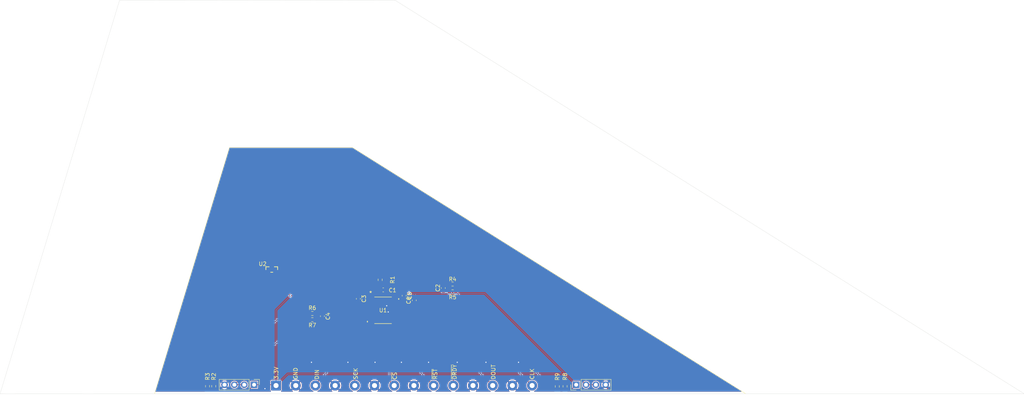
<source format=kicad_pcb>
(kicad_pcb (version 20241229) (generator "pcbnew") (generator_version "9.0")
  (layers (0 "F.Cu" signal) (4 "In1.Cu" signal) (6 "In2.Cu" signal) (2 "B.Cu" signal) (13 "F.Paste" user) (15 "B.Paste" user) (5 "F.SilkS" user "F.Silkscreen") (7 "B.SilkS" user "B.Silkscreen") (1 "F.Mask" user) (3 "B.Mask" user) (25 "Edge.Cuts" user))
  (net 0 "")
  (net 1 "Net-(U1-AIN2N)")
  (net 2 "Net-(U1-AIN2P)")
  (net 3 "Net-(U1-AIN1N)")
  (net 4 "Net-(U1-AIN1P)")
  (net 5 "Net-(U1-AIN0P)")
  (net 6 "GND")
  (net 7 "Net-(U1-CAP)")
  (net 8 "+3.3V")
  (net 9 "GAUGE1_IN_P")
  (net 10 "GAUGE1_IN_N")
  (net 11 "GAUGE2_IN_N")
  (net 12 "GAUGE2_IN_P")
  (net 13 "DIN")
  (net 14 "SPICLK")
  (net 15 "~{SYNC}{slash}~{RST}")
  (net 16 "ADCCLK")
  (net 17 "DOUT")
  (net 18 "~{CS}")
  (net 19 "~{DRDY}")
  (net 20 "TMP_IN_P")
  (footprint "Capacitor_SMD:C_0603_1608Metric" (layer "F.Cu") (at 99.825 120.1 -90)
    (property "Reference" "C4" (at 0 -1.43 90) (layer "F.SilkS"))
    (property "Value" "10 nF")
    (fp_line (start -0.14058 0.51) (end 0.14058 0.51) (stroke (width 0.12)) (layer "F.SilkS"))
    (fp_line (start -0.14058 -0.51) (end 0.14058 -0.51) (stroke (width 0.12)) (layer "F.SilkS"))
    (pad "1" smd roundrect (at -0.775 0 270) (size 0.9 0.95) (layers "F.Cu" "F.Mask" "F.Paste") (net 2 "Net-(U1-AIN2P)"))
    (pad "2" smd roundrect (at 0.775 0 270) (size 0.9 0.95) (layers "F.Cu" "F.Mask" "F.Paste") (net 1 "Net-(U1-AIN2N)"))
  )
  (footprint "Resistor_SMD:R_0603_1608Metric" (layer "F.Cu") (at 133.4 113.8)
    (property "Reference" "R5" (at 0 1.4 0) (layer "F.SilkS"))
    (property "Value" "2.5 k")
    (fp_line (start -0.237258 -0.5225) (end 0.237258 -0.5225) (stroke (width 0.12)) (layer "F.SilkS"))
    (fp_line (start -0.237258 0.5225) (end 0.237258 0.5225) (stroke (width 0.12)) (layer "F.SilkS"))
    (pad "1" smd roundrect (at -0.825 0) (size 0.8 0.95) (layers "F.Cu" "F.Mask" "F.Paste") (net 4 "Net-(U1-AIN1P)"))
    (pad "2" smd roundrect (at 0.825 0) (size 0.8 0.95) (layers "F.Cu" "F.Mask" "F.Paste") (net 11 "GAUGE2_IN_N"))
  )
  (footprint "Capacitor_SMD:C_0603_1608Metric" (layer "F.Cu") (at 131 112.825 -90)
    (property "Reference" "C2" (at -0.025 1.4 90) (layer "F.SilkS"))
    (property "Value" "10 nF")
    (fp_line (start -0.14058 0.51) (end 0.14058 0.51) (stroke (width 0.12)) (layer "F.SilkS"))
    (fp_line (start -0.14058 -0.51) (end 0.14058 -0.51) (stroke (width 0.12)) (layer "F.SilkS"))
    (pad "1" smd roundrect (at -0.775 0 270) (size 0.9 0.95) (layers "F.Cu" "F.Mask" "F.Paste") (net 3 "Net-(U1-AIN1N)"))
    (pad "2" smd roundrect (at 0.775 0 270) (size 0.9 0.95) (layers "F.Cu" "F.Mask" "F.Paste") (net 4 "Net-(U1-AIN1P)"))
  )
  (footprint "Resistor_SMD:R_0603_1608Metric" (layer "F.Cu") (at 162.4 138.2 90)
    (property "Reference" "R8" (at 2.5 0 90) (layer "F.SilkS"))
    (property "Value" "1 k")
    (fp_line (start -0.237258 -0.5225) (end 0.237258 -0.5225) (stroke (width 0.12)) (layer "F.SilkS"))
    (fp_line (start -0.237258 0.5225) (end 0.237258 0.5225) (stroke (width 0.12)) (layer "F.SilkS"))
    (pad "1" smd roundrect (at -0.825 0 90) (size 0.8 0.95) (layers "F.Cu" "F.Mask" "F.Paste") (net 8 "+3.3V"))
    (pad "2" smd roundrect (at 0.825 0 90) (size 0.8 0.95) (layers "F.Cu" "F.Mask" "F.Paste") (net 11 "GAUGE2_IN_N"))
  )
  (footprint "Capacitor_SMD:C_0603_1608Metric" (layer "F.Cu") (at 123.499997 116 90)
    (property "Reference" "C6" (at 0 -1.43 90) (layer "F.SilkS"))
    (property "Value" "220 nF")
    (fp_line (start -0.14058 -0.51) (end 0.14058 -0.51) (stroke (width 0.12)) (layer "F.SilkS"))
    (fp_line (start -0.14058 0.51) (end 0.14058 0.51) (stroke (width 0.12)) (layer "F.SilkS"))
    (pad "1" smd roundrect (at -0.775 0 90) (size 0.9 0.95) (layers "F.Cu" "F.Mask" "F.Paste") (net 7 "Net-(U1-CAP)"))
    (pad "2" smd roundrect (at 0.775 0 90) (size 0.9 0.95) (layers "F.Cu" "F.Mask" "F.Paste") (net 6 "GND"))
  )
  (footprint "Resistor_SMD:R_0603_1608Metric" (layer "F.Cu") (at 71.8 138.175 -90)
    (property "Reference" "R2" (at -2.5 0 90) (layer "F.SilkS"))
    (property "Value" "1 k")
    (fp_line (start -0.237258 0.5225) (end 0.237258 0.5225) (stroke (width 0.12)) (layer "F.SilkS"))
    (fp_line (start -0.237258 -0.5225) (end 0.237258 -0.5225) (stroke (width 0.12)) (layer "F.SilkS"))
    (pad "1" smd roundrect (at -0.825 0 270) (size 0.8 0.95) (layers "F.Cu" "F.Mask" "F.Paste") (net 10 "GAUGE1_IN_N"))
    (pad "2" smd roundrect (at 0.825 0 270) (size 0.8 0.95) (layers "F.Cu" "F.Mask" "F.Paste") (net 8 "+3.3V"))
  )
  (footprint "FinLib:ADS131M03" (layer "F.Cu") (at 115.462747 118.574999)
    (property "Reference" "U1" (at 0 0 0) (layer "F.SilkS"))
    (property "Value" "ADS131M03QPWRQ1")
    (fp_line (start -2.182264 3.429) (end 2.182251 3.429) (stroke (width 0.1524)) (layer "F.SilkS"))
    (fp_line (start 2.182264 -3.429) (end -2.182251 -3.429) (stroke (width 0.1524)) (layer "F.SilkS"))
    (fp_poly (pts (xy -4.1656 2.734498) (xy -4.1656 3.115498) (xy -3.9116 3.115498) (xy -3.9116 2.734498)) (fill yes) (layer "F.SilkS"))
    (fp_poly (pts (xy 4.1656 -3.115498) (xy 4.1656 -2.734498) (xy 3.9116 -2.734498) (xy 3.9116 -3.115498)) (fill yes) (layer "F.SilkS"))
    (fp_text user "*" (at -3.20675 -4.423601 0) (layer "F.SilkS"))
    (pad "1" smd rect (at -2.95275 -2.925) (size 1.4097 0.3556) (layers "F.Cu" "F.Mask" "F.Paste") (net 8 "+3.3V"))
    (pad "2" smd rect (at -2.95275 -2.274999) (size 1.4097 0.3556) (layers "F.Cu" "F.Mask" "F.Paste") (net 6 "GND"))
    (pad "3" smd rect (at -2.95275 -1.625001) (size 1.4097 0.3556) (layers "F.Cu" "F.Mask" "F.Paste") (net 5 "Net-(U1-AIN0P)"))
    (pad "4" smd rect (at -2.95275 -0.974999) (size 1.4097 0.3556) (layers "F.Cu" "F.Mask" "F.Paste") (net 6 "GND"))
    (pad "5" smd rect (at -2.95275 -0.325001) (size 1.4097 0.3556) (layers "F.Cu" "F.Mask" "F.Paste") (net 3 "Net-(U1-AIN1N)"))
    (pad "6" smd rect (at -2.95275 0.324998) (size 1.4097 0.3556) (layers "F.Cu" "F.Mask" "F.Paste") (net 4 "Net-(U1-AIN1P)"))
    (pad "7" smd rect (at -2.95275 0.974999) (size 1.4097 0.3556) (layers "F.Cu" "F.Mask" "F.Paste") (net 2 "Net-(U1-AIN2P)"))
    (pad "8" smd rect (at -2.95275 1.624998) (size 1.4097 0.3556) (layers "F.Cu" "F.Mask" "F.Paste") (net 1 "Net-(U1-AIN2N)"))
    (pad "9" smd rect (at -2.95275 2.274999) (size 1.4097 0.3556) (layers "F.Cu" "F.Mask" "F.Paste"))
    (pad "10" smd rect (at -2.95275 2.924998) (size 1.4097 0.3556) (layers "F.Cu" "F.Mask" "F.Paste"))
    (pad "11" smd rect (at 2.95275 2.925) (size 1.4097 0.3556) (layers "F.Cu" "F.Mask" "F.Paste") (net 15 "~{SYNC}{slash}~{RST}"))
    (pad "12" smd rect (at 2.95275 2.275002) (size 1.4097 0.3556) (layers "F.Cu" "F.Mask" "F.Paste") (net 18 "~{CS}"))
    (pad "13" smd rect (at 2.95275 1.625001) (size 1.4097 0.3556) (layers "F.Cu" "F.Mask" "F.Paste") (net 19 "~{DRDY}"))
    (pad "14" smd rect (at 2.95275 0.975002) (size 1.4097 0.3556) (layers "F.Cu" "F.Mask" "F.Paste") (net 14 "SPICLK"))
    (pad "15" smd rect (at 2.95275 0.325001) (size 1.4097 0.3556) (layers "F.Cu" "F.Mask" "F.Paste") (net 17 "DOUT"))
    (pad "16" smd rect (at 2.95275 -0.324998) (size 1.4097 0.3556) (layers "F.Cu" "F.Mask" "F.Paste") (net 13 "DIN"))
    (pad "17" smd rect (at 2.95275 -0.974999) (size 1.4097 0.3556) (layers "F.Cu" "F.Mask" "F.Paste") (net 16 "ADCCLK"))
    (pad "18" smd rect (at 2.95275 -1.624998) (size 1.4097 0.3556) (layers "F.Cu" "F.Mask" "F.Paste") (net 7 "Net-(U1-CAP)"))
    (pad "19" smd rect (at 2.95275 -2.274999) (size 1.4097 0.3556) (layers "F.Cu" "F.Mask" "F.Paste") (net 6 "GND"))
    (pad "20" smd rect (at 2.95275 -2.924998) (size 1.4097 0.3556) (layers "F.Cu" "F.Mask" "F.Paste") (net 8 "+3.3V"))
  )
  (footprint "Resistor_SMD:R_0603_1608Metric" (layer "F.Cu") (at 160.4 138.225 90)
    (property "Reference" "R9" (at 2.5 0 90) (layer "F.SilkS"))
    (property "Value" "1 k")
    (fp_line (start -0.237258 -0.5225) (end 0.237258 -0.5225) (stroke (width 0.12)) (layer "F.SilkS"))
    (fp_line (start -0.237258 0.5225) (end 0.237258 0.5225) (stroke (width 0.12)) (layer "F.SilkS"))
    (pad "1" smd roundrect (at -0.825 0 90) (size 0.8 0.95) (layers "F.Cu" "F.Mask" "F.Paste") (net 6 "GND"))
    (pad "2" smd roundrect (at 0.825 0 90) (size 0.8 0.95) (layers "F.Cu" "F.Mask" "F.Paste") (net 11 "GAUGE2_IN_N"))
  )
  (footprint "Resistor_SMD:R_0603_1608Metric" (layer "F.Cu") (at 114.709997 110.699997 -90)
    (property "Reference" "R1" (at 0 -3.2 90) (layer "F.SilkS"))
    (property "Value" "10 k")
    (fp_line (start -0.237258 0.5225) (end 0.237258 0.5225) (stroke (width 0.12)) (layer "F.SilkS"))
    (fp_line (start -0.237258 -0.5225) (end 0.237258 -0.5225) (stroke (width 0.12)) (layer "F.SilkS"))
    (pad "1" smd roundrect (at -0.825 0 270) (size 0.8 0.95) (layers "F.Cu" "F.Mask" "F.Paste") (net 20 "TMP_IN_P"))
    (pad "2" smd roundrect (at 0.825 0 270) (size 0.8 0.95) (layers "F.Cu" "F.Mask" "F.Paste") (net 5 "Net-(U1-AIN0P)"))
  )
  (footprint "FinLib:TMP235A4DBZR" (layer "F.Cu") (at 86.759996 108.049997 90)
    (property "Reference" "U2" (at 1.45 -2.349999 0) (layer "F.SilkS"))
    (property "Value" "TMP235A4DBZR")
    (fp_line (start -0.025001 -1.52) (end 0.700001 -1.52) (stroke (width 0.2)) (layer "F.SilkS"))
    (fp_line (start 0.700001 -0.675) (end 0.700001 -1.52) (stroke (width 0.2)) (layer "F.SilkS"))
    (fp_line (start -0.700001 0.275001) (end -0.700001 -0.275001) (stroke (width 0.2)) (layer "F.SilkS"))
    (fp_line (start 0.700001 1.52) (end 0.700001 0.675) (stroke (width 0.2)) (layer "F.SilkS"))
    (fp_line (start -0.025001 1.52) (end 0.700001 1.52) (stroke (width 0.2)) (layer "F.SilkS"))
    (pad "1" smd rect (at -1.05 -0.950001 90) (size 1.3 0.599999) (layers "F.Cu" "F.Mask" "F.Paste") (net 8 "+3.3V"))
    (pad "2" smd rect (at -1.05 0.950001 90) (size 1.3 0.599999) (layers "F.Cu" "F.Mask" "F.Paste") (net 20 "TMP_IN_P"))
    (pad "3" smd rect (at 1.05 0 90) (size 1.3 0.599999) (layers "F.Cu" "F.Mask" "F.Paste") (net 6 "GND"))
  )
  (footprint "Resistor_SMD:R_0603_1608Metric" (layer "F.Cu") (at 70.2 138.175 -90)
    (property "Reference" "R3" (at -2.5 0 90) (layer "F.SilkS"))
    (property "Value" "1 k")
    (fp_line (start -0.237258 0.5225) (end 0.237258 0.5225) (stroke (width 0.12)) (layer "F.SilkS"))
    (fp_line (start -0.237258 -0.5225) (end 0.237258 -0.5225) (stroke (width 0.12)) (layer "F.SilkS"))
    (pad "1" smd roundrect (at -0.825 0 270) (size 0.8 0.95) (layers "F.Cu" "F.Mask" "F.Paste") (net 10 "GAUGE1_IN_N"))
    (pad "2" smd roundrect (at 0.825 0 270) (size 0.8 0.95) (layers "F.Cu" "F.Mask" "F.Paste") (net 6 "GND"))
  )
  (footprint "TerminalBlock_Phoenix:TerminalBlock_Phoenix_MKDS-1,5-14-5.08_1x14_P5.08mm_Horizontal" (layer "F.Cu") (at 87.86 138)
    (property "Reference" "J1" (hide yes))
    (property "Value" "Conn_01x14_Pin")
    (pad "1" thru_hole roundrect (at 0 0) (size 2.6 2.6) (drill 1.3) (layers "*.Cu" "*.Mask") (roundrect_rratio 0.096154) (net 8 "+3.3V"))
    (pad "2" thru_hole circle (at 5.08 0) (size 2.6 2.6) (drill 1.3) (layers "*.Cu" "*.Mask") (net 6 "GND"))
    (pad "3" thru_hole circle (at 10.16 0) (size 2.6 2.6) (drill 1.3) (layers "*.Cu" "*.Mask") (net 13 "DIN"))
    (pad "4" thru_hole circle (at 15.24 0) (size 2.6 2.6) (drill 1.3) (layers "*.Cu" "*.Mask") (net 6 "GND"))
    (pad "5" thru_hole circle (at 20.32 0) (size 2.6 2.6) (drill 1.3) (layers "*.Cu" "*.Mask") (net 14 "SPICLK"))
    (pad "6" thru_hole circle (at 25.4 0) (size 2.6 2.6) (drill 1.3) (layers "*.Cu" "*.Mask") (net 6 "GND"))
    (pad "7" thru_hole circle (at 30.48 0) (size 2.6 2.6) (drill 1.3) (layers "*.Cu" "*.Mask") (net 18 "~{CS}"))
    (pad "8" thru_hole circle (at 35.56 0) (size 2.6 2.6) (drill 1.3) (layers "*.Cu" "*.Mask") (net 6 "GND"))
    (pad "9" thru_hole circle (at 40.64 0) (size 2.6 2.6) (drill 1.3) (layers "*.Cu" "*.Mask") (net 15 "~{SYNC}{slash}~{RST}"))
    (pad "10" thru_hole circle (at 45.72 0) (size 2.6 2.6) (drill 1.3) (layers "*.Cu" "*.Mask") (net 19 "~{DRDY}"))
    (pad "11" thru_hole circle (at 50.8 0) (size 2.6 2.6) (drill 1.3) (layers "*.Cu" "*.Mask") (net 6 "GND"))
    (pad "12" thru_hole circle (at 55.88 0) (size 2.6 2.6) (drill 1.3) (layers "*.Cu" "*.Mask") (net 17 "DOUT"))
    (pad "13" thru_hole circle (at 60.96 0) (size 2.6 2.6) (drill 1.3) (layers "*.Cu" "*.Mask") (net 6 "GND"))
    (pad "14" thru_hole circle (at 66.04 0) (size 2.6 2.6) (drill 1.3) (layers "*.Cu" "*.Mask") (net 16 "ADCCLK"))
  )
  (footprint "Resistor_SMD:R_0603_1608Metric" (layer "F.Cu") (at 133.4 111.8 180)
    (property "Reference" "R4" (at 0 1.25 0) (layer "F.SilkS"))
    (property "Value" "2.5 k")
    (fp_line (start -0.237258 0.5225) (end 0.237258 0.5225) (stroke (width 0.12)) (layer "F.SilkS"))
    (fp_line (start -0.237258 -0.5225) (end 0.237258 -0.5225) (stroke (width 0.12)) (layer "F.SilkS"))
    (pad "1" smd roundrect (at -0.825 0 180) (size 0.8 0.95) (layers "F.Cu" "F.Mask" "F.Paste") (net 12 "GAUGE2_IN_P"))
    (pad "2" smd roundrect (at 0.825 0 180) (size 0.8 0.95) (layers "F.Cu" "F.Mask" "F.Paste") (net 3 "Net-(U1-AIN1N)"))
  )
  (footprint "Capacitor_SMD:C_0603_1608Metric" (layer "F.Cu") (at 109.099997 115.599997 -90)
    (property "Reference" "C3" (at 0 -1.43 90) (layer "F.SilkS"))
    (property "Value" "1 uF")
    (fp_line (start -0.14058 0.51) (end 0.14058 0.51) (stroke (width 0.12)) (layer "F.SilkS"))
    (fp_line (start -0.14058 -0.51) (end 0.14058 -0.51) (stroke (width 0.12)) (layer "F.SilkS"))
    (pad "1" smd roundrect (at -0.775 0 270) (size 0.9 0.95) (layers "F.Cu" "F.Mask" "F.Paste") (net 8 "+3.3V"))
    (pad "2" smd roundrect (at 0.775 0 270) (size 0.9 0.95) (layers "F.Cu" "F.Mask" "F.Paste") (net 6 "GND"))
  )
  (footprint "Capacitor_SMD:C_0603_1608Metric" (layer "F.Cu") (at 115.509997 113.299997)
    (property "Reference" "C1" (at 2.4 0.1 0) (layer "F.SilkS"))
    (property "Value" "10 nF")
    (fp_line (start -0.14058 -0.51) (end 0.14058 -0.51) (stroke (width 0.12)) (layer "F.SilkS"))
    (fp_line (start -0.14058 0.51) (end 0.14058 0.51) (stroke (width 0.12)) (layer "F.SilkS"))
    (pad "1" smd roundrect (at -0.775 0) (size 0.9 0.95) (layers "F.Cu" "F.Mask" "F.Paste") (net 5 "Net-(U1-AIN0P)"))
    (pad "2" smd roundrect (at 0.775 0) (size 0.9 0.95) (layers "F.Cu" "F.Mask" "F.Paste") (net 6 "GND"))
  )
  (footprint "Connector_PinHeader_2.54mm:PinHeader_1x04_P2.54mm_Vertical" (layer "F.Cu") (at 165.26 137.8 90)
    (property "Reference" "J10" (hide yes))
    (property "Value" "Conn_01x04_Pin" (hide yes))
    (fp_line (start -1.38 -1.38) (end 0 -1.38) (stroke (width 0.12)) (layer "F.SilkS"))
    (fp_line (start -1.38 0) (end -1.38 -1.38) (stroke (width 0.12)) (layer "F.SilkS"))
    (fp_line (start 1.38 1.27) (end 1.38 9) (stroke (width 0.12)) (layer "F.SilkS"))
    (fp_line (start -1.38 1.27) (end 1.38 1.27) (stroke (width 0.12)) (layer "F.SilkS"))
    (fp_line (start -1.38 1.27) (end -1.38 9) (stroke (width 0.12)) (layer "F.SilkS"))
    (fp_line (start -1.38 9) (end 1.38 9) (stroke (width 0.12)) (layer "F.SilkS"))
    (pad "1" thru_hole rect (at 0 0 90) (size 1.7 1.7) (drill 1) (layers "*.Cu" "*.Mask") (net 8 "+3.3V"))
    (pad "2" thru_hole circle (at 0 2.54 90) (size 1.7 1.7) (drill 1) (layers "*.Cu" "*.Mask") (net 12 "GAUGE2_IN_P"))
    (pad "3" thru_hole circle (at 0 5.08 90) (size 1.7 1.7) (drill 1) (layers "*.Cu" "*.Mask") (net 12 "GAUGE2_IN_P"))
    (pad "4" thru_hole circle (at 0 7.62 90) (size 1.7 1.7) (drill 1) (layers "*.Cu" "*.Mask") (net 6 "GND"))
  )
  (footprint "Resistor_SMD:R_0603_1608Metric" (layer "F.Cu") (at 97.225 119.4)
    (property "Reference" "R6" (at 0 -1.43 0) (layer "F.SilkS"))
    (property "Value" "2.5 k")
    (fp_line (start -0.237258 -0.5225) (end 0.237258 -0.5225) (stroke (width 0.12)) (layer "F.SilkS"))
    (fp_line (start -0.237258 0.5225) (end 0.237258 0.5225) (stroke (width 0.12)) (layer "F.SilkS"))
    (pad "1" smd roundrect (at -0.825 0) (size 0.8 0.95) (layers "F.Cu" "F.Mask" "F.Paste") (net 10 "GAUGE1_IN_N"))
    (pad "2" smd roundrect (at 0.825 0) (size 0.8 0.95) (layers "F.Cu" "F.Mask" "F.Paste") (net 2 "Net-(U1-AIN2P)"))
  )
  (footprint "Resistor_SMD:R_0603_1608Metric" (layer "F.Cu") (at 97.225 121 180)
    (property "Reference" "R7" (at 0 -1.43 0) (layer "F.SilkS"))
    (property "Value" "2.5 k")
    (fp_line (start -0.237258 0.5225) (end 0.237258 0.5225) (stroke (width 0.12)) (layer "F.SilkS"))
    (fp_line (start -0.237258 -0.5225) (end 0.237258 -0.5225) (stroke (width 0.12)) (layer "F.SilkS"))
    (pad "1" smd roundrect (at -0.825 0 180) (size 0.8 0.95) (layers "F.Cu" "F.Mask" "F.Paste") (net 1 "Net-(U1-AIN2N)"))
    (pad "2" smd roundrect (at 0.825 0 180) (size 0.8 0.95) (layers "F.Cu" "F.Mask" "F.Paste") (net 9 "GAUGE1_IN_P"))
  )
  (footprint "Connector_PinHeader_2.54mm:PinHeader_1x04_P2.54mm_Vertical" (layer "F.Cu") (at 82.2 137.8 -90)
    (property "Reference" "J9" (hide yes))
    (property "Value" "Conn_01x04_Pin" (hide yes))
    (fp_line (start -1.38 9) (end 1.38 9) (stroke (width 0.12)) (layer "F.SilkS"))
    (fp_line (start -1.38 1.27) (end -1.38 9) (stroke (width 0.12)) (layer "F.SilkS"))
    (fp_line (start -1.38 1.27) (end 1.38 1.27) (stroke (width 0.12)) (layer "F.SilkS"))
    (fp_line (start 1.38 1.27) (end 1.38 9) (stroke (width 0.12)) (layer "F.SilkS"))
    (fp_line (start -1.38 0) (end -1.38 -1.38) (stroke (width 0.12)) (layer "F.SilkS"))
    (fp_line (start -1.38 -1.38) (end 0 -1.38) (stroke (width 0.12)) (layer "F.SilkS"))
    (pad "1" thru_hole rect (at 0 0 270) (size 1.7 1.7) (drill 1) (layers "*.Cu" "*.Mask") (net 8 "+3.3V"))
    (pad "2" thru_hole circle (at 0 2.54 270) (size 1.7 1.7) (drill 1) (layers "*.Cu" "*.Mask") (net 9 "GAUGE1_IN_P"))
    (pad "3" thru_hole circle (at 0 5.08 270) (size 1.7 1.7) (drill 1) (layers "*.Cu" "*.Mask") (net 9 "GAUGE1_IN_P"))
    (pad "4" thru_hole circle (at 0 7.62 270) (size 1.7 1.7) (drill 1) (layers "*.Cu" "*.Mask") (net 6 "GND"))
  )
  (footprint "Capacitor_SMD:C_0603_1608Metric" (layer "F.Cu") (at 120.899997 114.799997 -90)
    (property "Reference" "C5" (at 0 -1.43 90) (layer "F.SilkS"))
    (property "Value" "1 uF")
    (fp_line (start -0.14058 0.51) (end 0.14058 0.51) (stroke (width 0.12)) (layer "F.SilkS"))
    (fp_line (start -0.14058 -0.51) (end 0.14058 -0.51) (stroke (width 0.12)) (layer "F.SilkS"))
    (pad "1" smd roundrect (at -0.775 0 270) (size 0.9 0.95) (layers "F.Cu" "F.Mask" "F.Paste") (net 8 "+3.3V"))
    (pad "2" smd roundrect (at 0.775 0 270) (size 0.9 0.95) (layers "F.Cu" "F.Mask" "F.Paste") (net 6 "GND"))
  )
  (gr_line (start 75.85706 76.584924) (end 107.60706 76.584924) (stroke (width 0.1)) (layer "F.SilkS"))
  (gr_line (start 56.55706 140.084924) (end 75.85706 76.584924) (stroke (width 0.1)) (layer "F.SilkS"))
  (gr_line (start 107.60706 76.584924) (end 208.925 140.075) (stroke (width 0.1)) (layer "F.SilkS"))
  (gr_line (start 56.55706 140.084924) (end 16.7 140.102088) (stroke (width 0.05)) (layer "Edge.Cuts"))
  (gr_line (start 280.75 140.084924) (end 118.495168 38.477088) (stroke (width 0.05)) (layer "Edge.Cuts"))
  (gr_line (start 47.501291 38.552191) (end 118.5 38.477088) (stroke (width 0.05)) (layer "Edge.Cuts"))
  (gr_line (start 16.7 140.102088) (end 47.501291 38.552191) (stroke (width 0.05)) (layer "Edge.Cuts"))
  (gr_line (start 56.55706 140.084924) (end 280.75 140.084924) (stroke (width 0.05)) (layer "Edge.Cuts"))
  (gr_text "~{CS}" (at 118.5 135.5 90) (layer "F.SilkS") (effects (font (size 1 1))))
  (gr_text "SCK" (at 109 136.5 90) (layer "F.SilkS") (effects (font (size 1 1)) (justify left bottom)))
  (gr_text "CLK" (at 154.5 136.5 90) (layer "F.SilkS") (effects (font (size 1 1)) (justify left bottom)))
  (gr_text "~{DRDY}" (at 134.5 136.5 90) (layer "F.SilkS") (effects (font (size 1 1)) (justify left bottom)))
  (gr_text "DIN" (at 99 136.5 90) (layer "F.SilkS") (effects (font (size 1 1)) (justify left bottom)))
  (gr_text "3.3V" (at 88.5 136.5 90) (layer "F.SilkS") (effects (font (size 1 1)) (justify left bottom)))
  (gr_text "~{RST}" (at 129.5 136.5 90) (layer "F.SilkS") (effects (font (size 1 1)) (justify left bottom)))
  (gr_text "DOUT" (at 144.5 136.5 90) (layer "F.SilkS") (effects (font (size 1 1)) (justify left bottom)))
  (gr_text "GND" (at 93.5 136.5 90) (layer "F.SilkS") (effects (font (size 1 1)) (justify left bottom)))
  (segment (start 99.86 120.965) (end 99.875 120.95) (width 0.2) (layer "F.Cu") (net 1))
  (segment (start 98.1 120.965) (end 99.86 120.965) (width 0.2) (layer "F.Cu") (net 1))
  (segment (start 100.500003 120.199997) (end 112.509997 120.199997) (width 0.2) (layer "F.Cu") (net 1))
  (segment (start 99.825 120.875) (end 100.500003 120.199997) (width 0.2) (layer "F.Cu") (net 1))
  (segment (start 98.1 119.35) (end 99.825 119.35) (width 0.2) (layer "F.Cu") (net 2))
  (segment (start 99.825 119.325) (end 100.049998 119.549998) (width 0.2) (layer "F.Cu") (net 2))
  (segment (start 100.049998 119.549998) (end 112.509997 119.549998) (width 0.2) (layer "F.Cu") (net 2))
  (segment (start 99.825 119.35) (end 99.875 119.4) (width 0.2) (layer "F.Cu") (net 2))
  (segment (start 113.327096 118.249998) (end 112.509997 118.249998) (width 0.2) (layer "F.Cu") (net 3))
  (segment (start 131.25 111.8) (end 131 112.05) (width 0.2) (layer "F.Cu") (net 3))
  (segment (start 119.527094 112.05) (end 113.327096 118.249998) (width 0.2) (layer "F.Cu") (net 3))
  (segment (start 132.575 111.8) (end 131.25 111.8) (width 0.2) (layer "F.Cu") (net 3))
  (segment (start 131 112.05) (end 119.527094 112.05) (width 0.2) (layer "F.Cu") (net 3))
  (segment (start 113.414847 118.899997) (end 112.509997 118.899997) (width 0.2) (layer "F.Cu") (net 4))
  (segment (start 131.2 113.8) (end 131 113.6) (width 0.2) (layer "F.Cu") (net 4))
  (segment (start 130.673997 113.273997) (end 119.040847 113.273997) (width 0.2) (layer "F.Cu") (net 4))
  (segment (start 132.575 113.8) (end 131.2 113.8) (width 0.2) (layer "F.Cu") (net 4))
  (segment (start 119.040847 113.273997) (end 113.414847 118.899997) (width 0.2) (layer "F.Cu") (net 4))
  (segment (start 131 113.6) (end 130.673997 113.273997) (width 0.2) (layer "F.Cu") (net 4))
  (segment (start 114.709997 111.599997) (end 114.709997 116.299997) (width 0.2) (layer "F.Cu") (net 5))
  (segment (start 114.709997 116.299997) (end 114.084998 116.924996) (width 0.2) (layer "F.Cu") (net 5))
  (segment (start 114.084998 116.924996) (end 112.457247 116.924996) (width 0.2) (layer "F.Cu") (net 5))
  (segment (start 173.445 138.825) (end 173.02 138.4) (width 0.2) (layer "F.Cu") (net 6))
  (via (at 120.2 132) (size 0.6) (drill 0.3) (layers "F.Cu" "B.Cu") (net 6))
  (via (at 116.8 119) (size 0.6) (drill 0.3) (layers "F.Cu" "B.Cu") (net 6))
  (via (at 116.4 117.4) (size 0.6) (drill 0.3) (layers "F.Cu" "B.Cu") (net 6))
  (via (at 134.6 132) (size 0.6) (drill 0.3) (layers "F.Cu" "B.Cu") (net 6))
  (via (at 113.4 132) (size 0.6) (drill 0.3) (layers "F.Cu" "B.Cu") (net 6))
  (via (at 85 138.8) (size 0.6) (drill 0.3) (layers "F.Cu" "B.Cu") (net 6))
  (via (at 150.4 132) (size 0.6) (drill 0.3) (layers "F.Cu" "B.Cu") (net 6))
  (via (at 142 132) (size 0.6) (drill 0.3) (layers "F.Cu" "B.Cu") (net 6))
  (via (at 106.4 132) (size 0.6) (drill 0.3) (layers "F.Cu" "B.Cu") (net 6))
  (via (at 97 132) (size 0.6) (drill 0.3) (layers "F.Cu" "B.Cu") (net 6))
  (via (at 127.2 132) (size 0.6) (drill 0.3) (layers "F.Cu" "B.Cu") (net 6))
  (segment (start 123.099994 116.775) (end 123.499997 116.775) (width 0.2) (layer "F.Cu") (net 7))
  (segment (start 118.415497 116.950001) (end 122.924993 116.950001) (width 0.2) (layer "F.Cu") (net 7))
  (segment (start 122.924993 116.950001) (end 123.099994 116.775) (width 0.2) (layer "F.Cu") (net 7))
  (segment (start 121.075 114.2) (end 120.899997 114.024997) (width 0.2) (layer "F.Cu") (net 8))
  (segment (start 80.6 139.4) (end 82.2 137.8) (width 0.2) (layer "F.Cu") (net 8))
  (segment (start 82.2 137.8) (end 87.66 137.8) (width 0.2) (layer "F.Cu") (net 8))
  (segment (start 72.2 139.4) (end 80.6 139.4) (width 0.2) (layer "F.Cu") (net 8))
  (segment (start 118.415497 115.650001) (end 120.040501 114.024997) (width 0.2) (layer "F.Cu") (net 8))
  (segment (start 111.684995 114.824997) (end 112.509997 115.649999) (width 0.2) (layer "F.Cu") (net 8))
  (segment (start 85.809995 109.099997) (end 91.534995 114.824997) (width 0.2) (layer "F.Cu") (net 8))
  (segment (start 120.040501 114.024997) (end 120.899997 114.024997) (width 0.2) (layer "F.Cu") (net 8))
  (segment (start 109.099997 114.824997) (end 111.684995 114.824997) (width 0.2) (layer "F.Cu") (net 8))
  (segment (start 162.4 139.025) (end 164.035 139.025) (width 0.2) (layer "F.Cu") (net 8))
  (segment (start 86.86 139) (end 87.86 138) (width 0.2) (layer "F.Cu") (net 8))
  (segment (start 122.2 114.2) (end 121.075 114.2) (width 0.2) (layer "F.Cu") (net 8))
  (segment (start 164.035 139.025) (end 165.26 137.8) (width 0.2) (layer "F.Cu") (net 8))
  (segment (start 87.66 137.8) (end 87.86 138) (width 0.2) (layer "F.Cu") (net 8))
  (segment (start 91.534995 114.824997) (end 109.099997 114.824997) (width 0.2) (layer "F.Cu") (net 8))
  (segment (start 71.8 139) (end 72.2 139.4) (width 0.2) (layer "F.Cu") (net 8))
  (via (at 122.2 114.2) (size 0.6) (drill 0.3) (layers "F.Cu" "B.Cu") (net 8))
  (via (at 91.534995 114.824997) (size 0.6) (drill 0.3) (layers "F.Cu" "B.Cu") (net 8))
  (segment (start 87.86 118.499992) (end 91.534995 114.824997) (width 0.2) (layer "B.Cu") (net 8))
  (segment (start 141.66 114.2) (end 122.2 114.2) (width 0.2) (layer "B.Cu") (net 8))
  (segment (start 87.86 138) (end 87.86 118.499992) (width 0.2) (layer "B.Cu") (net 8))
  (segment (start 162.46 135) (end 165.26 137.8) (width 0.2) (layer "B.Cu") (net 8))
  (segment (start 87.86 138) (end 90.86 135) (width 0.2) (layer "B.Cu") (net 8))
  (segment (start 162.46 135) (end 141.66 114.2) (width 0.2) (layer "B.Cu") (net 8))
  (segment (start 90.86 135) (end 162.46 135) (width 0.2) (layer "B.Cu") (net 8))
  (segment (start 77.12 137.8) (end 79.66 137.8) (width 0.2) (layer "F.Cu") (net 9))
  (segment (start 93.92 121) (end 96.4 121) (width 0.2) (layer "F.Cu") (net 9))
  (segment (start 77.12 137.8) (end 93.92 121) (width 0.2) (layer "F.Cu") (net 9))
  (segment (start 89.75 119.4) (end 96.4 119.4) (width 0.2) (layer "F.Cu") (net 10))
  (segment (start 70.2 137.35) (end 71.8 137.35) (width 0.2) (layer "F.Cu") (net 10))
  (segment (start 71.8 137.35) (end 89.75 119.4) (width 0.2) (layer "F.Cu") (net 10))
  (segment (start 157.825 137.4) (end 134.225 113.8) (width 0.2) (layer "F.Cu") (net 11))
  (segment (start 162.4 137.35) (end 160.4 137.35) (width 0.2) (layer "F.Cu") (net 11))
  (segment (start 160.4 137.4) (end 157.825 137.4) (width 0.2) (layer "F.Cu") (net 11))
  (segment (start 167.8 137.8) (end 141.8 111.8) (width 0.2) (layer "F.Cu") (net 12))
  (segment (start 170.34 137.8) (end 167.8 137.8) (width 0.2) (layer "F.Cu") (net 12))
  (segment (start 141.8 111.8) (end 134.225 111.8) (width 0.2) (layer "F.Cu") (net 12))
  (segment (start 114.6 121) (end 114.6 119.8) (width 0.2) (layer "F.Cu") (net 13))
  (segment (start 98.02 138) (end 98.02 137.58) (width 0.2) (layer "F.Cu") (net 13))
  (segment (start 114.6 119.8) (end 116.149999 118.250001) (width 0.2) (layer "F.Cu") (net 13))
  (segment (start 116.149999 118.250001) (end 118.415497 118.250001) (width 0.2) (layer "F.Cu") (net 13))
  (segment (start 98.02 137.58) (end 114.6 121) (width 0.2) (layer "F.Cu") (net 13))
  (segment (start 108.18 128.880648) (end 117.510647 119.550001) (width 0.2) (layer "F.Cu") (net 14))
  (segment (start 108.18 138) (end 108.18 128.880648) (width 0.2) (layer "F.Cu") (net 14))
  (segment (start 117.510647 119.550001) (end 118.415497 119.550001) (width 0.2) (layer "F.Cu") (net 14))
  (segment (start 118.415497 127.915497) (end 118.415497 121.499999) (width 0.2) (layer "F.Cu") (net 15))
  (segment (start 128.5 138) (end 118.415497 127.915497) (width 0.2) (layer "F.Cu") (net 15))
  (segment (start 133.5 117.6) (end 118.415497 117.6) (width 0.2) (layer "F.Cu") (net 16))
  (segment (start 153.9 138) (end 133.5 117.6) (width 0.2) (layer "F.Cu") (net 16))
  (segment (start 124.64 118.9) (end 118.415497 118.9) (width 0.2) (layer "F.Cu") (net 17))
  (segment (start 143.74 138) (end 124.64 118.9) (width 0.2) (layer "F.Cu") (net 17))
  (segment (start 117.04 121.320648) (end 117.510647 120.850001) (width 0.2) (layer "F.Cu") (net 18))
  (segment (start 117.510647 120.850001) (end 118.415497 120.850001) (width 0.2) (layer "F.Cu") (net 18))
  (segment (start 118.34 138) (end 117.04 136.7) (width 0.2) (layer "F.Cu") (net 18))
  (segment (start 117.04 136.7) (end 117.04 121.320648) (width 0.2) (layer "F.Cu") (net 18))
  (segment (start 133.58 134.459653) (end 119.320347 120.2) (width 0.2) (layer "F.Cu") (net 19))
  (segment (start 133.58 138) (end 133.58 134.459653) (width 0.2) (layer "F.Cu") (net 19))
  (segment (start 119.320347 120.2) (end 118.415497 120.2) (width 0.2) (layer "F.Cu") (net 19))
  (segment (start 113.959997 109.199997) (end 114.709997 109.949997) (width 0.2) (layer "F.Cu") (net 20))
  (segment (start 87.709997 109.199997) (end 113.959997 109.199997) (width 0.2) (layer "F.Cu") (net 20))
  (zone (net 6) (net_name "GND") (layers "F.Cu" "B.Cu") (connect_pads (clearance 0.2)) (min_thickness 0.2) (fill yes (thermal_gap 0.3) (thermal_bridge_width 0.4))
    (polygon (pts (xy 75.85706 76.584924) (xy 56.55706 140.084924) (xy 208.925 140.084924) (xy 107.60706 76.584924)))
  )
)
</source>
